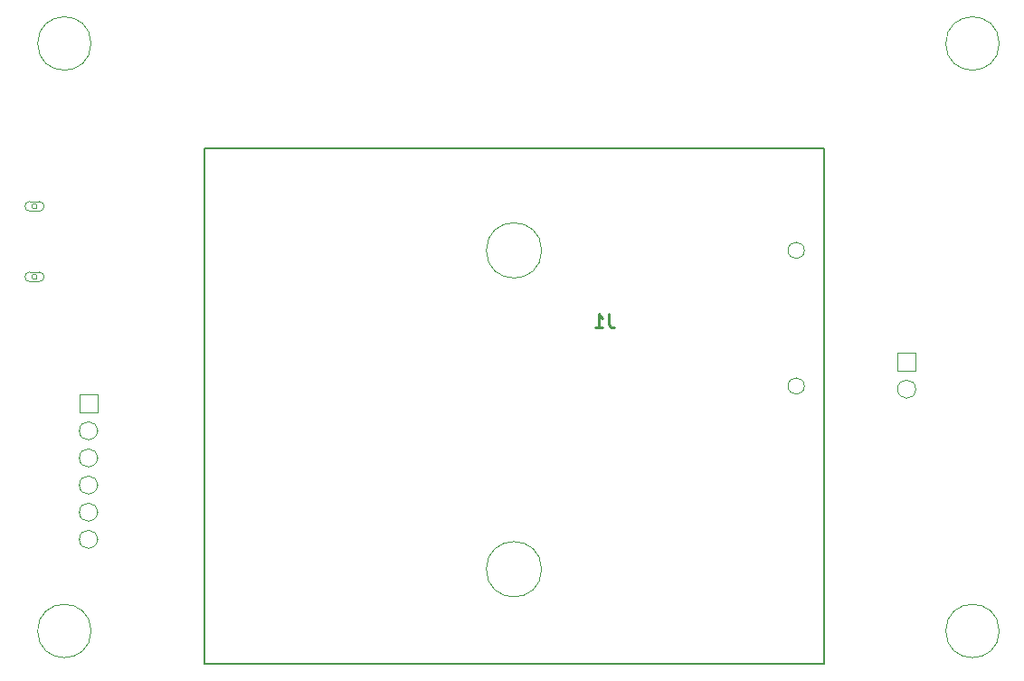
<source format=gbr>
G04 #@! TF.GenerationSoftware,KiCad,Pcbnew,6.0.11-2627ca5db0~126~ubuntu20.04.1*
G04 #@! TF.CreationDate,2023-04-04T17:10:53-04:00*
G04 #@! TF.ProjectId,water_meter,77617465-725f-46d6-9574-65722e6b6963,rev?*
G04 #@! TF.SameCoordinates,Original*
G04 #@! TF.FileFunction,AssemblyDrawing,Bot*
%FSLAX46Y46*%
G04 Gerber Fmt 4.6, Leading zero omitted, Abs format (unit mm)*
G04 Created by KiCad (PCBNEW 6.0.11-2627ca5db0~126~ubuntu20.04.1) date 2023-04-04 17:10:53*
%MOMM*%
%LPD*%
G01*
G04 APERTURE LIST*
%ADD10C,0.254000*%
%ADD11C,0.200000*%
%ADD12C,0.100000*%
G04 APERTURE END LIST*
D10*
X165798333Y-113504523D02*
X165798333Y-114411666D01*
X165858809Y-114593095D01*
X165979761Y-114714047D01*
X166161190Y-114774523D01*
X166282142Y-114774523D01*
X164528333Y-114774523D02*
X165254047Y-114774523D01*
X164891190Y-114774523D02*
X164891190Y-113504523D01*
X165012142Y-113685952D01*
X165133095Y-113806904D01*
X165254047Y-113867380D01*
D11*
X127955000Y-146225000D02*
X185945000Y-146225000D01*
X185945000Y-146225000D02*
X185945000Y-97935000D01*
X185945000Y-97935000D02*
X127955000Y-97935000D01*
X127955000Y-97935000D02*
X127955000Y-146225000D01*
D12*
X184120000Y-120230000D02*
G75*
G03*
X184120000Y-120230000I-765000J0D01*
G01*
X184120000Y-107530000D02*
G75*
G03*
X184120000Y-107530000I-765000J0D01*
G01*
X159522500Y-107530000D02*
G75*
G03*
X159522500Y-107530000I-2587500J0D01*
G01*
X159522500Y-137380000D02*
G75*
G03*
X159522500Y-137380000I-2587500J0D01*
G01*
X117350000Y-143160000D02*
G75*
G03*
X117350000Y-143160000I-2500000J0D01*
G01*
X202350000Y-88160000D02*
G75*
G03*
X202350000Y-88160000I-2500000J0D01*
G01*
X202350000Y-143160000D02*
G75*
G03*
X202350000Y-143160000I-2500000J0D01*
G01*
X117350000Y-88160000D02*
G75*
G03*
X117350000Y-88160000I-2500000J0D01*
G01*
X112312500Y-110005750D02*
G75*
G03*
X112312500Y-110005750I-250000J0D01*
G01*
X112312500Y-103405750D02*
G75*
G03*
X112312500Y-103405750I-250000J0D01*
G01*
X112512500Y-102955750D02*
X111612500Y-102955750D01*
X112512500Y-103855750D02*
X111612500Y-103855750D01*
X111612500Y-102955750D02*
G75*
G03*
X111612500Y-103855750I0J-450000D01*
G01*
X112512500Y-103855750D02*
G75*
G03*
X112512500Y-102955750I0J450000D01*
G01*
X112512500Y-109555750D02*
X111612500Y-109555750D01*
X112512500Y-110455750D02*
X111612500Y-110455750D01*
X111612500Y-109555750D02*
G75*
G03*
X111612500Y-110455750I0J-450000D01*
G01*
X112512500Y-110455750D02*
G75*
G03*
X112512500Y-109555750I0J450000D01*
G01*
X116253333Y-121030000D02*
X116253333Y-122730000D01*
X117953333Y-122730000D01*
X117953333Y-121030000D01*
X116253333Y-121030000D01*
X116253333Y-124420000D02*
X116253333Y-124420000D01*
X117953333Y-124420000D02*
X117953333Y-124420000D01*
X116253333Y-124420000D02*
G75*
G03*
X117953333Y-124420000I850000J0D01*
G01*
X117953333Y-124420000D02*
G75*
G03*
X116253333Y-124420000I-850000J0D01*
G01*
X116253333Y-126960000D02*
X116253333Y-126960000D01*
X117953333Y-126960000D02*
X117953333Y-126960000D01*
X116253333Y-126960000D02*
G75*
G03*
X117953333Y-126960000I850000J0D01*
G01*
X117953333Y-126960000D02*
G75*
G03*
X116253333Y-126960000I-850000J0D01*
G01*
X116253333Y-129500000D02*
X116253333Y-129500000D01*
X117953333Y-129500000D02*
X117953333Y-129500000D01*
X116253333Y-129500000D02*
G75*
G03*
X117953333Y-129500000I850000J0D01*
G01*
X117953333Y-129500000D02*
G75*
G03*
X116253333Y-129500000I-850000J0D01*
G01*
X116253333Y-132040000D02*
X116253333Y-132040000D01*
X117953333Y-132040000D02*
X117953333Y-132040000D01*
X116253333Y-132040000D02*
G75*
G03*
X117953333Y-132040000I850000J0D01*
G01*
X117953333Y-132040000D02*
G75*
G03*
X116253333Y-132040000I-850000J0D01*
G01*
X116253333Y-134580000D02*
X116253333Y-134580000D01*
X117953333Y-134580000D02*
X117953333Y-134580000D01*
X116253333Y-134580000D02*
G75*
G03*
X117953333Y-134580000I850000J0D01*
G01*
X117953333Y-134580000D02*
G75*
G03*
X116253333Y-134580000I-850000J0D01*
G01*
X192840000Y-117130000D02*
X192840000Y-118830000D01*
X194540000Y-118830000D01*
X194540000Y-117130000D01*
X192840000Y-117130000D01*
X192840000Y-120520000D02*
X192840000Y-120520000D01*
X194540000Y-120520000D02*
X194540000Y-120520000D01*
X192840000Y-120520000D02*
G75*
G03*
X194540000Y-120520000I850000J0D01*
G01*
X194540000Y-120520000D02*
G75*
G03*
X192840000Y-120520000I-850000J0D01*
G01*
M02*

</source>
